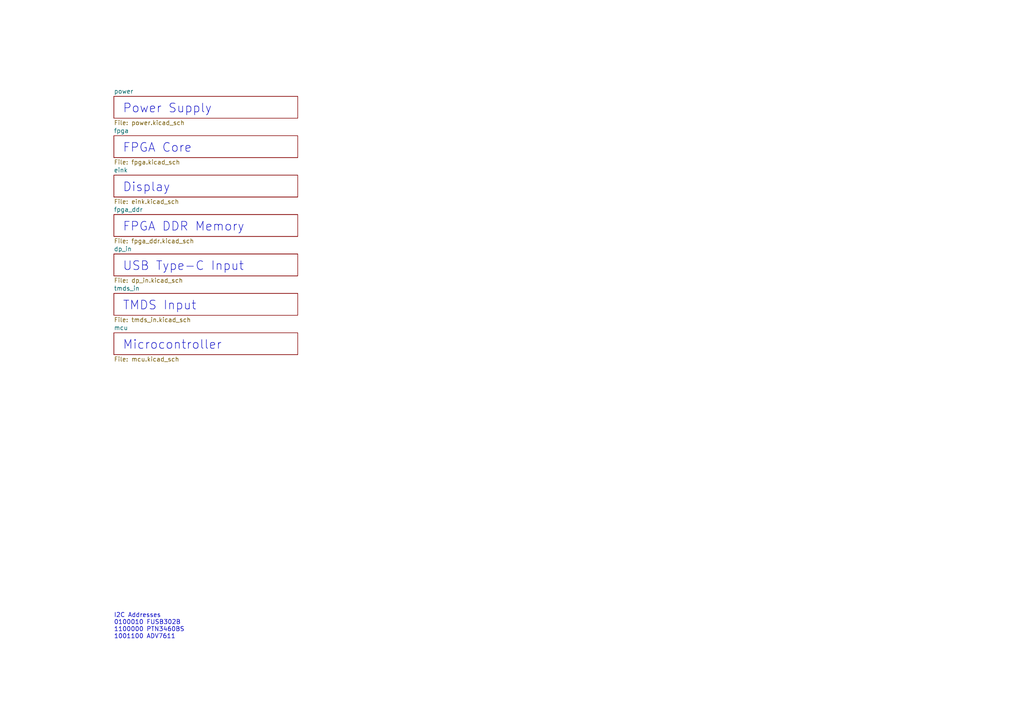
<source format=kicad_sch>
(kicad_sch
	(version 20231120)
	(generator "eeschema")
	(generator_version "8.0")
	(uuid "4654897e-3e2f-4522-96c3-20b19803c088")
	(paper "A4")
	(title_block
		(title "Glider Lite")
		(date "2023-12-24")
		(rev "R0.7")
		(company "Copyright 2023 Modos / Engineer: Wenting Zhang")
	)
	(lib_symbols)
	(text "FPGA DDR Memory"
		(exclude_from_sim no)
		(at 35.56 67.31 0)
		(effects
			(font
				(size 2.54 2.54)
			)
			(justify left bottom)
		)
		(uuid "36b30dff-23e2-4ed9-971b-1df779950e92")
	)
	(text "Power Supply"
		(exclude_from_sim no)
		(at 35.56 33.02 0)
		(effects
			(font
				(size 2.54 2.54)
			)
			(justify left bottom)
		)
		(uuid "558a13be-3757-4ba7-9c3e-24eef7c78d0f")
	)
	(text "USB Type-C Input"
		(exclude_from_sim no)
		(at 35.56 78.74 0)
		(effects
			(font
				(size 2.54 2.54)
			)
			(justify left bottom)
		)
		(uuid "5ea0662e-1e83-4654-bdb0-1f5b1245a5b9")
	)
	(text "Microcontroller"
		(exclude_from_sim no)
		(at 35.56 101.6 0)
		(effects
			(font
				(size 2.54 2.54)
			)
			(justify left bottom)
		)
		(uuid "b67963c3-f29b-47c7-8922-33e72e8d5f68")
	)
	(text "Display"
		(exclude_from_sim no)
		(at 35.56 55.88 0)
		(effects
			(font
				(size 2.54 2.54)
			)
			(justify left bottom)
		)
		(uuid "d2b3e5ed-56f7-4162-ab02-9bde306dbf5a")
	)
	(text "I2C Addresses\n0100010 FUSB302B\n1100000 PTN3460BS\n1001100 ADV7611"
		(exclude_from_sim no)
		(at 33.02 185.42 0)
		(effects
			(font
				(size 1.27 1.27)
			)
			(justify left bottom)
		)
		(uuid "ed4a6249-8bd7-4d22-9dec-f83bb6e206e1")
	)
	(text "FPGA Core"
		(exclude_from_sim no)
		(at 35.56 44.45 0)
		(effects
			(font
				(size 2.54 2.54)
			)
			(justify left bottom)
		)
		(uuid "edafe42e-7b4b-443d-9c19-73868867df97")
	)
	(text "TMDS Input"
		(exclude_from_sim no)
		(at 35.56 90.17 0)
		(effects
			(font
				(size 2.54 2.54)
			)
			(justify left bottom)
		)
		(uuid "fbc25d2d-afe2-4ffb-9abb-3b9e35c79f93")
	)
	(sheet
		(at 33.02 27.94)
		(size 53.34 6.35)
		(fields_autoplaced yes)
		(stroke
			(width 0.1524)
			(type solid)
		)
		(fill
			(color 0 0 0 0.0000)
		)
		(uuid "0606a719-6980-4867-837f-aa642737d361")
		(property "Sheetname" "power"
			(at 33.02 27.2284 0)
			(effects
				(font
					(size 1.27 1.27)
				)
				(justify left bottom)
			)
		)
		(property "Sheetfile" "power.kicad_sch"
			(at 33.02 34.8746 0)
			(effects
				(font
					(size 1.27 1.27)
				)
				(justify left top)
			)
		)
		(instances
			(project "pcb"
				(path "/4654897e-3e2f-4522-96c3-20b19803c088"
					(page "1")
				)
			)
		)
	)
	(sheet
		(at 33.02 85.09)
		(size 53.34 6.35)
		(fields_autoplaced yes)
		(stroke
			(width 0.1524)
			(type solid)
		)
		(fill
			(color 0 0 0 0.0000)
		)
		(uuid "1afc3cb7-9ace-435f-9131-835660c51142")
		(property "Sheetname" "tmds_in"
			(at 33.02 84.3784 0)
			(effects
				(font
					(size 1.27 1.27)
				)
				(justify left bottom)
			)
		)
		(property "Sheetfile" "tmds_in.kicad_sch"
			(at 33.02 92.0246 0)
			(effects
				(font
					(size 1.27 1.27)
				)
				(justify left top)
			)
		)
		(instances
			(project "pcb"
				(path "/4654897e-3e2f-4522-96c3-20b19803c088"
					(page "8")
				)
			)
		)
	)
	(sheet
		(at 33.02 39.37)
		(size 53.34 6.35)
		(fields_autoplaced yes)
		(stroke
			(width 0.1524)
			(type solid)
		)
		(fill
			(color 0 0 0 0.0000)
		)
		(uuid "35d2a4e1-1cb2-4b6c-a7fb-e3a9449d4ff3")
		(property "Sheetname" "fpga"
			(at 33.02 38.6584 0)
			(effects
				(font
					(size 1.27 1.27)
				)
				(justify left bottom)
			)
		)
		(property "Sheetfile" "fpga.kicad_sch"
			(at 33.02 46.3046 0)
			(effects
				(font
					(size 1.27 1.27)
				)
				(justify left top)
			)
		)
		(instances
			(project "pcb"
				(path "/4654897e-3e2f-4522-96c3-20b19803c088"
					(page "2")
				)
			)
		)
	)
	(sheet
		(at 33.02 73.66)
		(size 53.34 6.35)
		(fields_autoplaced yes)
		(stroke
			(width 0.1524)
			(type solid)
		)
		(fill
			(color 0 0 0 0.0000)
		)
		(uuid "80373716-d41f-4f06-92dd-577434075703")
		(property "Sheetname" "dp_in"
			(at 33.02 72.9484 0)
			(effects
				(font
					(size 1.27 1.27)
				)
				(justify left bottom)
			)
		)
		(property "Sheetfile" "dp_in.kicad_sch"
			(at 33.02 80.5946 0)
			(effects
				(font
					(size 1.27 1.27)
				)
				(justify left top)
			)
		)
		(instances
			(project "pcb"
				(path "/4654897e-3e2f-4522-96c3-20b19803c088"
					(page "5")
				)
			)
		)
	)
	(sheet
		(at 33.02 62.23)
		(size 53.34 6.35)
		(fields_autoplaced yes)
		(stroke
			(width 0.1524)
			(type solid)
		)
		(fill
			(color 0 0 0 0.0000)
		)
		(uuid "866a5b4a-453a-413a-94a2-5e610f40d8dd")
		(property "Sheetname" "fpga_ddr"
			(at 33.02 61.5184 0)
			(effects
				(font
					(size 1.27 1.27)
				)
				(justify left bottom)
			)
		)
		(property "Sheetfile" "fpga_ddr.kicad_sch"
			(at 33.02 69.1646 0)
			(effects
				(font
					(size 1.27 1.27)
				)
				(justify left top)
			)
		)
		(instances
			(project "pcb"
				(path "/4654897e-3e2f-4522-96c3-20b19803c088"
					(page "4")
				)
			)
		)
	)
	(sheet
		(at 33.02 50.8)
		(size 53.34 6.35)
		(fields_autoplaced yes)
		(stroke
			(width 0.1524)
			(type solid)
		)
		(fill
			(color 0 0 0 0.0000)
		)
		(uuid "b1d5941d-0481-47a2-a434-0b8e587a166a")
		(property "Sheetname" "eink"
			(at 33.02 50.0884 0)
			(effects
				(font
					(size 1.27 1.27)
				)
				(justify left bottom)
			)
		)
		(property "Sheetfile" "eink.kicad_sch"
			(at 33.02 57.7346 0)
			(effects
				(font
					(size 1.27 1.27)
				)
				(justify left top)
			)
		)
		(instances
			(project "pcb"
				(path "/4654897e-3e2f-4522-96c3-20b19803c088"
					(page "3")
				)
			)
		)
	)
	(sheet
		(at 33.02 96.52)
		(size 53.34 6.35)
		(fields_autoplaced yes)
		(stroke
			(width 0.1524)
			(type solid)
		)
		(fill
			(color 0 0 0 0.0000)
		)
		(uuid "d0757a0a-c868-475e-8221-24a5e99d32b9")
		(property "Sheetname" "mcu"
			(at 33.02 95.8084 0)
			(effects
				(font
					(size 1.27 1.27)
				)
				(justify left bottom)
			)
		)
		(property "Sheetfile" "mcu.kicad_sch"
			(at 33.02 103.4546 0)
			(effects
				(font
					(size 1.27 1.27)
				)
				(justify left top)
			)
		)
		(instances
			(project "pcb"
				(path "/4654897e-3e2f-4522-96c3-20b19803c088"
					(page "6")
				)
			)
		)
	)
	(sheet_instances
		(path "/"
			(page "0")
		)
	)
)
</source>
